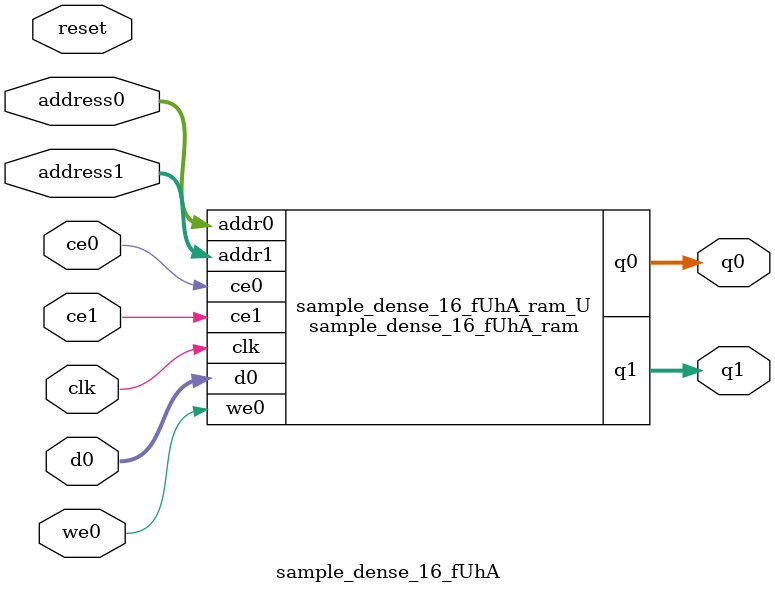
<source format=v>

`timescale 1 ns / 1 ps
module sample_dense_16_fUhA_ram (addr0, ce0, d0, we0, q0, addr1, ce1, q1,  clk);

parameter DWIDTH = 32;
parameter AWIDTH = 5;
parameter MEM_SIZE = 32;

input[AWIDTH-1:0] addr0;
input ce0;
input[DWIDTH-1:0] d0;
input we0;
output reg[DWIDTH-1:0] q0;
input[AWIDTH-1:0] addr1;
input ce1;
output reg[DWIDTH-1:0] q1;
input clk;

(* ram_style = "block" *)reg [DWIDTH-1:0] ram[0:MEM_SIZE-1];




always @(posedge clk)  
begin 
    if (ce0) 
    begin
        if (we0) 
        begin 
            ram[addr0] <= d0; 
            q0 <= d0;
        end 
        else 
            q0 <= ram[addr0];
    end
end


always @(posedge clk)  
begin 
    if (ce1) 
    begin
            q1 <= ram[addr1];
    end
end


endmodule


`timescale 1 ns / 1 ps
module sample_dense_16_fUhA(
    reset,
    clk,
    address0,
    ce0,
    we0,
    d0,
    q0,
    address1,
    ce1,
    q1);

parameter DataWidth = 32'd32;
parameter AddressRange = 32'd32;
parameter AddressWidth = 32'd5;
input reset;
input clk;
input[AddressWidth - 1:0] address0;
input ce0;
input we0;
input[DataWidth - 1:0] d0;
output[DataWidth - 1:0] q0;
input[AddressWidth - 1:0] address1;
input ce1;
output[DataWidth - 1:0] q1;



sample_dense_16_fUhA_ram sample_dense_16_fUhA_ram_U(
    .clk( clk ),
    .addr0( address0 ),
    .ce0( ce0 ),
    .we0( we0 ),
    .d0( d0 ),
    .q0( q0 ),
    .addr1( address1 ),
    .ce1( ce1 ),
    .q1( q1 ));

endmodule


</source>
